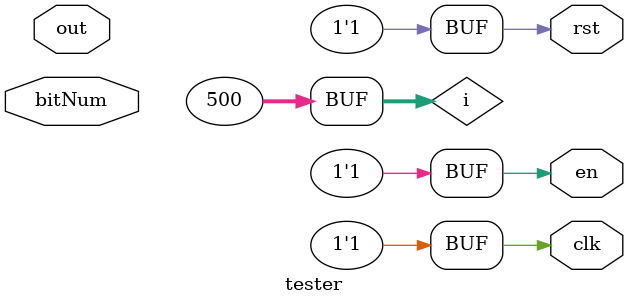
<source format=v>
`include "bsc.v"
`include "dflipflop.v"
`include "up_counter.v"


module testbench;
	wire [3:0] out;
	wire [3:0] bitNum;
	wire en, clk, rst;


	bsc bsc(out, bitNum, en, clk, rst);
	
	tester tester(out, bitNum, en, clk, rst);
	
	initial begin 
		$dumpfile("bsc.vcd"); 
		$dumpvars; 
	end  
	
endmodule



module tester(out, bitNum, en, clk, rst);
	output reg clk, rst;
	output reg en;
	input [3:0] out, bitNum;
	
	
	parameter stimDelay = 20;
	
	
	integer i;
	initial begin
	
		#stimDelay;
		#stimDelay; clk = 0; en = 0; rst = 0;
		#stimDelay; clk = 1;
		
		#stimDelay; clk = 0; 
		#stimDelay; clk = 1;	rst = 1;
		
		
		#stimDelay; clk = 0; 
		#stimDelay; clk = 1;
		
		#stimDelay; clk = 0; 
		#stimDelay; clk = 1;
		
		#stimDelay; clk = 0; 
		#stimDelay; clk = 1; en = 1;
		
		#stimDelay; clk = 0; 
		#stimDelay; clk = 1; en = 1;
		
		
		for (i = 0; i < 500; i = i + 1) begin
		
			#stimDelay; clk = 0; 
			#stimDelay; clk = 1;
		
		end
	
	end
	
endmodule

</source>
